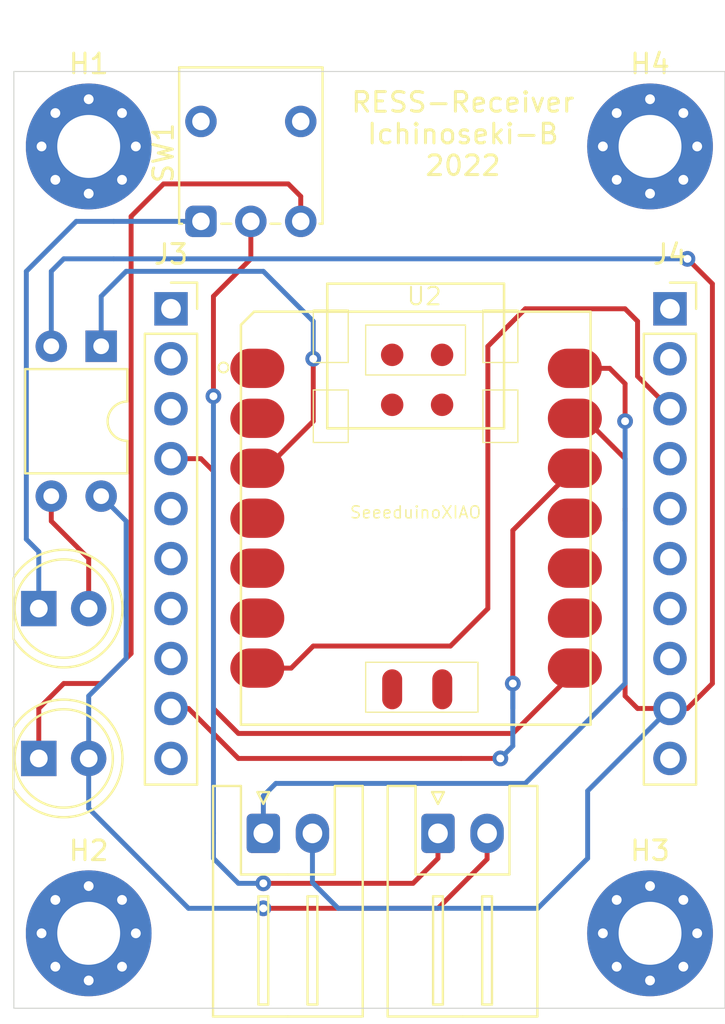
<source format=kicad_pcb>
(kicad_pcb (version 20171130) (host pcbnew "(5.1.9)-1")
  (layers (0 F.Cu signal) (31 B.Cu signal) (34 B.Paste user) (35 F.Paste user) (36 B.SilkS user) (37 F.SilkS user) (38 B.Mask user) (39 F.Mask user) (44 Edge.Cuts user))
  (net 0 "")
  (net 1 "Net-(D1-Pad1)")
  (net 2 "Net-(D1-Pad2)")
  (net 3 "Net-(D2-Pad1)")
  (net 4 GND)
  (net 5 "Net-(D2-Pad2)")
  (net 6 +5V)
  (net 7 "Net-(J6-Pad1)")
  (net 8 RX)
  (net 9 +3V3)
  (net 10 TX)
  (net 11 Out1)
  (module Connector_PinSocket_2.54mm:PinSocket_1x10_P2.54mm_Vertical (layer F.Cu) (at 89.28 116.84)
    (fp_text reference J3 (at 0 -2.77) (layer F.SilkS))
    (fp_text value ADP_L)
    (fp_line (start 0 -1.33) (end 1.33 -1.33) (layer F.SilkS) (width 0.12))
    (fp_line (start 1.33 -1.33) (end 1.33 0) (layer F.SilkS) (width 0.12))
    (fp_line (start 1.33 1.27) (end 1.33 24.19) (layer F.SilkS) (width 0.12))
    (fp_line (start -1.33 24.19) (end 1.33 24.19) (layer F.SilkS) (width 0.12))
    (fp_line (start -1.33 1.27) (end -1.33 24.19) (layer F.SilkS) (width 0.12))
    (fp_line (start -1.33 1.27) (end 1.33 1.27) (layer F.SilkS) (width 0.12))
    (pad 1 thru_hole rect (at 0 0) (size 1.7 1.7) (drill 1) (layers *.Cu *.Mask))
    (pad 2 thru_hole oval (at 0 2.54) (size 1.7 1.7) (drill 1) (layers *.Cu *.Mask))
    (pad 3 thru_hole oval (at 0 5.08) (size 1.7 1.7) (drill 1) (layers *.Cu *.Mask))
    (pad 4 thru_hole oval (at 0 7.62) (size 1.7 1.7) (drill 1) (layers *.Cu *.Mask) (net 8 RX))
    (pad 5 thru_hole oval (at 0 10.16) (size 1.7 1.7) (drill 1) (layers *.Cu *.Mask))
    (pad 6 thru_hole oval (at 0 12.7) (size 1.7 1.7) (drill 1) (layers *.Cu *.Mask))
    (pad 7 thru_hole oval (at 0 15.24) (size 1.7 1.7) (drill 1) (layers *.Cu *.Mask))
    (pad 8 thru_hole oval (at 0 17.78) (size 1.7 1.7) (drill 1) (layers *.Cu *.Mask))
    (pad 9 thru_hole oval (at 0 20.32) (size 1.7 1.7) (drill 1) (layers *.Cu *.Mask) (net 9 +3V3))
    (pad 10 thru_hole oval (at 0 22.86) (size 1.7 1.7) (drill 1) (layers *.Cu *.Mask))
  )
  (module Connector_PinSocket_2.54mm:PinSocket_1x10_P2.54mm_Vertical (layer F.Cu) (at 114.68 116.84)
    (fp_text reference J4 (at 0 -2.77) (layer F.SilkS))
    (fp_text value ADP_R)
    (fp_line (start -1.33 1.27) (end 1.33 1.27) (layer F.SilkS) (width 0.12))
    (fp_line (start -1.33 1.27) (end -1.33 24.19) (layer F.SilkS) (width 0.12))
    (fp_line (start -1.33 24.19) (end 1.33 24.19) (layer F.SilkS) (width 0.12))
    (fp_line (start 1.33 1.27) (end 1.33 24.19) (layer F.SilkS) (width 0.12))
    (fp_line (start 1.33 -1.33) (end 1.33 0) (layer F.SilkS) (width 0.12))
    (fp_line (start 0 -1.33) (end 1.33 -1.33) (layer F.SilkS) (width 0.12))
    (pad 10 thru_hole oval (at 0 22.86) (size 1.7 1.7) (drill 1) (layers *.Cu *.Mask))
    (pad 9 thru_hole oval (at 0 20.32) (size 1.7 1.7) (drill 1) (layers *.Cu *.Mask) (net 4 GND))
    (pad 8 thru_hole oval (at 0 17.78) (size 1.7 1.7) (drill 1) (layers *.Cu *.Mask))
    (pad 7 thru_hole oval (at 0 15.24) (size 1.7 1.7) (drill 1) (layers *.Cu *.Mask))
    (pad 6 thru_hole oval (at 0 12.7) (size 1.7 1.7) (drill 1) (layers *.Cu *.Mask))
    (pad 5 thru_hole oval (at 0 10.16) (size 1.7 1.7) (drill 1) (layers *.Cu *.Mask))
    (pad 4 thru_hole oval (at 0 7.62) (size 1.7 1.7) (drill 1) (layers *.Cu *.Mask))
    (pad 3 thru_hole oval (at 0 5.08) (size 1.7 1.7) (drill 1) (layers *.Cu *.Mask) (net 10 TX))
    (pad 2 thru_hole oval (at 0 2.54) (size 1.7 1.7) (drill 1) (layers *.Cu *.Mask))
    (pad 1 thru_hole rect (at 0 0) (size 1.7 1.7) (drill 1) (layers *.Cu *.Mask))
  )
  (module Connector_JST:JST_XH_S2B-XH-A_1x02_P2.50mm_Horizontal (layer F.Cu) (at 93.98 143.51)
    (fp_text reference J5 hide)
    (fp_text value Power_IN)
    (fp_line (start 0.3 -2.1) (end 0 -1.5) (layer F.SilkS) (width 0.12))
    (fp_line (start -0.3 -2.1) (end 0.3 -2.1) (layer F.SilkS) (width 0.12))
    (fp_line (start 0 -1.5) (end -0.3 -2.1) (layer F.SilkS) (width 0.12))
    (fp_line (start 2.75 3.2) (end 2.25 3.2) (layer F.SilkS) (width 0.12))
    (fp_line (start 2.75 8.7) (end 2.75 3.2) (layer F.SilkS) (width 0.12))
    (fp_line (start 2.25 8.7) (end 2.75 8.7) (layer F.SilkS) (width 0.12))
    (fp_line (start 2.25 3.2) (end 2.25 8.7) (layer F.SilkS) (width 0.12))
    (fp_line (start 0.25 3.2) (end -0.25 3.2) (layer F.SilkS) (width 0.12))
    (fp_line (start 0.25 8.7) (end 0.25 3.2) (layer F.SilkS) (width 0.12))
    (fp_line (start -0.25 8.7) (end 0.25 8.7) (layer F.SilkS) (width 0.12))
    (fp_line (start -0.25 3.2) (end -0.25 8.7) (layer F.SilkS) (width 0.12))
    (fp_line (start 3.64 2.09) (end 1.25 2.09) (layer F.SilkS) (width 0.12))
    (fp_line (start 3.64 -2.41) (end 3.64 2.09) (layer F.SilkS) (width 0.12))
    (fp_line (start 5.06 -2.41) (end 3.64 -2.41) (layer F.SilkS) (width 0.12))
    (fp_line (start 5.06 9.31) (end 5.06 -2.41) (layer F.SilkS) (width 0.12))
    (fp_line (start 1.25 9.31) (end 5.06 9.31) (layer F.SilkS) (width 0.12))
    (fp_line (start -1.14 2.09) (end 1.25 2.09) (layer F.SilkS) (width 0.12))
    (fp_line (start -1.14 -2.41) (end -1.14 2.09) (layer F.SilkS) (width 0.12))
    (fp_line (start -2.56 -2.41) (end -1.14 -2.41) (layer F.SilkS) (width 0.12))
    (fp_line (start -2.56 9.31) (end -2.56 -2.41) (layer F.SilkS) (width 0.12))
    (fp_line (start 1.25 9.31) (end -2.56 9.31) (layer F.SilkS) (width 0.12))
    (pad 1 thru_hole roundrect (at 0 0) (size 1.7 2) (drill 1) (layers *.Cu *.Mask) (roundrect_rratio 0.1470588235294118) (net 6 +5V))
    (pad 2 thru_hole oval (at 2.5 0) (size 1.7 2) (drill 1) (layers *.Cu *.Mask) (net 4 GND))
  )
  (module Connector_JST:JST_XH_S2B-XH-A_1x02_P2.50mm_Horizontal (layer F.Cu) (at 102.87 143.51)
    (fp_text reference J6 hide)
    (fp_text value RESS_OUT1)
    (fp_line (start 0.3 -2.1) (end 0 -1.5) (layer F.SilkS) (width 0.12))
    (fp_line (start -0.3 -2.1) (end 0.3 -2.1) (layer F.SilkS) (width 0.12))
    (fp_line (start 0 -1.5) (end -0.3 -2.1) (layer F.SilkS) (width 0.12))
    (fp_line (start 2.75 3.2) (end 2.25 3.2) (layer F.SilkS) (width 0.12))
    (fp_line (start 2.75 8.7) (end 2.75 3.2) (layer F.SilkS) (width 0.12))
    (fp_line (start 2.25 8.7) (end 2.75 8.7) (layer F.SilkS) (width 0.12))
    (fp_line (start 2.25 3.2) (end 2.25 8.7) (layer F.SilkS) (width 0.12))
    (fp_line (start 0.25 3.2) (end -0.25 3.2) (layer F.SilkS) (width 0.12))
    (fp_line (start 0.25 8.7) (end 0.25 3.2) (layer F.SilkS) (width 0.12))
    (fp_line (start -0.25 8.7) (end 0.25 8.7) (layer F.SilkS) (width 0.12))
    (fp_line (start -0.25 3.2) (end -0.25 8.7) (layer F.SilkS) (width 0.12))
    (fp_line (start 3.64 2.09) (end 1.25 2.09) (layer F.SilkS) (width 0.12))
    (fp_line (start 3.64 -2.41) (end 3.64 2.09) (layer F.SilkS) (width 0.12))
    (fp_line (start 5.06 -2.41) (end 3.64 -2.41) (layer F.SilkS) (width 0.12))
    (fp_line (start 5.06 9.31) (end 5.06 -2.41) (layer F.SilkS) (width 0.12))
    (fp_line (start 1.25 9.31) (end 5.06 9.31) (layer F.SilkS) (width 0.12))
    (fp_line (start -1.14 2.09) (end 1.25 2.09) (layer F.SilkS) (width 0.12))
    (fp_line (start -1.14 -2.41) (end -1.14 2.09) (layer F.SilkS) (width 0.12))
    (fp_line (start -2.56 -2.41) (end -1.14 -2.41) (layer F.SilkS) (width 0.12))
    (fp_line (start -2.56 9.31) (end -2.56 -2.41) (layer F.SilkS) (width 0.12))
    (fp_line (start 1.25 9.31) (end -2.56 9.31) (layer F.SilkS) (width 0.12))
    (pad 1 thru_hole roundrect (at 0 0) (size 1.7 2) (drill 1) (layers *.Cu *.Mask) (roundrect_rratio 0.1470588235294118) (net 7 "Net-(J6-Pad1)"))
    (pad 2 thru_hole oval (at 2.5 0) (size 1.7 2) (drill 1) (layers *.Cu *.Mask) (net 5 "Net-(D2-Pad2)"))
  )
  (module Package_DIP:DIP-4_W7.62mm (layer F.Cu) (at 85.725 118.745 270)
    (fp_text reference U1 hide)
    (fp_text value LTV-817)
    (fp_line (start 6.46 -1.33) (end 4.81 -1.33) (layer F.SilkS) (width 0.12))
    (fp_line (start 6.46 3.87) (end 6.46 -1.33) (layer F.SilkS) (width 0.12))
    (fp_line (start 1.16 3.87) (end 6.46 3.87) (layer F.SilkS) (width 0.12))
    (fp_line (start 1.16 -1.33) (end 1.16 3.87) (layer F.SilkS) (width 0.12))
    (fp_line (start 2.81 -1.33) (end 1.16 -1.33) (layer F.SilkS) (width 0.12))
    (fp_arc (start 3.81 -1.33) (end 2.81 -1.33) (angle -180) (layer F.SilkS) (width 0.12))
    (pad 1 thru_hole rect (at 0 0 270) (size 1.6 1.6) (drill 0.8) (layers *.Cu *.Mask) (net 11 Out1))
    (pad 3 thru_hole oval (at 7.62 2.54 270) (size 1.6 1.6) (drill 0.8) (layers *.Cu *.Mask) (net 2 "Net-(D1-Pad2)"))
    (pad 2 thru_hole oval (at 0 2.54 270) (size 1.6 1.6) (drill 0.8) (layers *.Cu *.Mask) (net 4 GND))
    (pad 4 thru_hole oval (at 7.62 0 270) (size 1.6 1.6) (drill 0.8) (layers *.Cu *.Mask) (net 5 "Net-(D2-Pad2)"))
  )
  (module LED_THT:LED_D5.0mm (layer F.Cu) (at 82.55 132.08)
    (fp_text reference D1 hide)
    (fp_text value LED hide)
    (fp_circle (center 1.27 0) (end 3.77 0) (layer F.SilkS) (width 0.12))
    (fp_line (start -1.29 -1.545) (end -1.29 1.545) (layer F.SilkS) (width 0.12))
    (fp_arc (start 1.27 0) (end -1.29 -1.54483) (angle 148.9) (layer F.SilkS) (width 0.12))
    (fp_arc (start 1.27 0) (end -1.29 1.54483) (angle -148.9) (layer F.SilkS) (width 0.12))
    (pad 1 thru_hole rect (at 0 0) (size 1.8 1.8) (drill 0.9) (layers *.Cu *.Mask) (net 1 "Net-(D1-Pad1)"))
    (pad 2 thru_hole circle (at 2.54 0) (size 1.8 1.8) (drill 0.9) (layers *.Cu *.Mask) (net 2 "Net-(D1-Pad2)"))
  )
  (module LED_THT:LED_D5.0mm (layer F.Cu) (at 82.55 139.7)
    (fp_text reference D2 hide)
    (fp_text value LED)
    (fp_line (start -1.29 -1.545) (end -1.29 1.545) (layer F.SilkS) (width 0.12))
    (fp_circle (center 1.27 0) (end 3.77 0) (layer F.SilkS) (width 0.12))
    (fp_arc (start 1.27 0) (end -1.29 1.54483) (angle -148.9) (layer F.SilkS) (width 0.12))
    (fp_arc (start 1.27 0) (end -1.29 -1.54483) (angle 148.9) (layer F.SilkS) (width 0.12))
    (pad 2 thru_hole circle (at 2.54 0) (size 1.8 1.8) (drill 0.9) (layers *.Cu *.Mask) (net 5 "Net-(D2-Pad2)"))
    (pad 1 thru_hole rect (at 0 0) (size 1.8 1.8) (drill 0.9) (layers *.Cu *.Mask) (net 3 "Net-(D2-Pad1)"))
  )
  (module "Seeeduino XIAO KICAD:Seeeduino XIAO-MOUDLE14P-2.54-21X17.8MM" (layer F.Cu) (at 92.84 137.985)
    (fp_text reference U2 (at 9.3345 -21.7805) (layer F.SilkS) (effects (font (size 0.889 0.889) (thickness 0.1016))))
    (fp_text value SeeeduinoXIAO (at 8.89 -10.795) (layer F.SilkS) (effects (font (size 0.6096 0.6096) (thickness 0.0762))))
    (fp_line (start 6.35 -17.78) (end 11.43 -17.78) (layer F.SilkS) (width 0.06604))
    (fp_line (start 11.43 -17.78) (end 11.43 -20.32) (layer F.SilkS) (width 0.06604))
    (fp_line (start 6.35 -20.32) (end 11.43 -20.32) (layer F.SilkS) (width 0.06604))
    (fp_line (start 6.35 -17.78) (end 6.35 -20.32) (layer F.SilkS) (width 0.06604))
    (fp_line (start 6.35 -0.635) (end 12.065 -0.635) (layer F.SilkS) (width 0.06604))
    (fp_line (start 12.065 -0.635) (end 12.065 -3.175) (layer F.SilkS) (width 0.06604))
    (fp_line (start 6.35 -3.175) (end 12.065 -3.175) (layer F.SilkS) (width 0.06604))
    (fp_line (start 6.35 -0.635) (end 6.35 -3.175) (layer F.SilkS) (width 0.06604))
    (fp_line (start 3.683 -18.415) (end 5.461 -18.415) (layer F.SilkS) (width 0.06604))
    (fp_line (start 5.461 -18.415) (end 5.461 -21.082) (layer F.SilkS) (width 0.06604))
    (fp_line (start 3.683 -21.082) (end 5.461 -21.082) (layer F.SilkS) (width 0.06604))
    (fp_line (start 3.683 -18.415) (end 3.683 -21.082) (layer F.SilkS) (width 0.06604))
    (fp_line (start 3.683 -14.34846) (end 5.461 -14.34846) (layer F.SilkS) (width 0.06604))
    (fp_line (start 5.461 -14.34846) (end 5.461 -17.018) (layer F.SilkS) (width 0.06604))
    (fp_line (start 3.683 -17.018) (end 5.461 -17.018) (layer F.SilkS) (width 0.06604))
    (fp_line (start 3.683 -14.34846) (end 3.683 -17.018) (layer F.SilkS) (width 0.06604))
    (fp_line (start 12.319 -14.34846) (end 14.097 -14.34846) (layer F.SilkS) (width 0.06604))
    (fp_line (start 14.097 -14.34846) (end 14.097 -17.018) (layer F.SilkS) (width 0.06604))
    (fp_line (start 12.319 -17.018) (end 14.097 -17.018) (layer F.SilkS) (width 0.06604))
    (fp_line (start 12.319 -14.34846) (end 12.319 -17.018) (layer F.SilkS) (width 0.06604))
    (fp_line (start 12.319 -18.415) (end 14.097 -18.415) (layer F.SilkS) (width 0.06604))
    (fp_line (start 14.097 -18.415) (end 14.097 -21.082) (layer F.SilkS) (width 0.06604))
    (fp_line (start 12.319 -21.082) (end 14.097 -21.082) (layer F.SilkS) (width 0.06604))
    (fp_line (start 12.319 -18.415) (end 12.319 -21.082) (layer F.SilkS) (width 0.06604))
    (fp_line (start 0 0) (end 17.79778 0) (layer F.SilkS) (width 0.127))
    (fp_line (start 17.79778 0) (end 17.79778 -20.99818) (layer F.SilkS) (width 0.127))
    (fp_line (start 17.79778 -20.99818) (end 0.67056 -20.99818) (layer F.SilkS) (width 0.127))
    (fp_line (start 0.67056 -20.99818) (end 0 -20.32762) (layer F.SilkS) (width 0.127))
    (fp_line (start 0 -20.32762) (end 0 0) (layer F.SilkS) (width 0.127))
    (fp_line (start 4.39928 -22.42312) (end 13.39342 -22.42312) (layer F.SilkS) (width 0.127))
    (fp_line (start 13.39342 -22.42312) (end 13.39342 -15.06982) (layer F.SilkS) (width 0.127))
    (fp_line (start 13.39342 -15.06982) (end 4.3942 -15.06982) (layer F.SilkS) (width 0.127))
    (fp_line (start 4.3942 -15.06982) (end 4.3942 -22.42312) (layer F.SilkS) (width 0.127))
    (fp_circle (center -0.889 -18.161) (end -0.889 -18.415) (layer F.SilkS) (width 0.1))
    (pad 14 smd oval (at 16.99768 -18.11782) (size 2.74828 1.99898) (layers F.Cu F.Paste F.Mask) (net 6 +5V))
    (pad 13 smd oval (at 16.99768 -15.57782) (size 2.74828 1.99898) (layers F.Cu F.Paste F.Mask) (net 4 GND))
    (pad 12 smd oval (at 16.99768 -13.03782) (size 2.74828 1.99898) (layers F.Cu F.Paste F.Mask) (net 9 +3V3))
    (pad 11 smd oval (at 16.99768 -10.49782) (size 2.74828 1.99898) (layers F.Cu F.Paste F.Mask))
    (pad 10 smd oval (at 16.99768 -7.95782) (size 2.74828 1.99898) (layers F.Cu F.Paste F.Mask))
    (pad 9 smd oval (at 16.99768 -5.41782) (size 2.74828 1.99898) (layers F.Cu F.Paste F.Mask))
    (pad 8 smd oval (at 16.99768 -2.87782) (size 2.74828 1.99898) (layers F.Cu F.Paste F.Mask) (net 8 RX))
    (pad 7 smd oval (at 0.83312 -2.87782) (size 2.74828 1.99898) (layers F.Cu F.Paste F.Mask) (net 10 TX))
    (pad 6 smd oval (at 0.83312 -5.41782) (size 2.74828 1.99898) (layers F.Cu F.Paste F.Mask))
    (pad 5 smd oval (at 0.83312 -7.95782) (size 2.74828 1.99898) (layers F.Cu F.Paste F.Mask))
    (pad 4 smd oval (at 0.83312 -10.49782) (size 2.74828 1.99898) (layers F.Cu F.Paste F.Mask))
    (pad 3 smd oval (at 0.83312 -13.03782) (size 2.74828 1.99898) (layers F.Cu F.Paste F.Mask) (net 11 Out1))
    (pad 2 smd oval (at 0.83312 -15.57782) (size 2.74828 1.99898) (layers F.Cu F.Paste F.Mask))
    (pad 1 smd oval (at 0.83312 -18.11782) (size 2.74828 1.99898) (layers F.Cu F.Paste F.Mask))
    (pad 15 smd oval (at 7.7 -1.8 90) (size 2.032 1.016) (layers F.Cu F.Paste F.Mask))
    (pad 16 smd oval (at 10.25 -1.8 90) (size 2.032 1.016) (layers F.Cu F.Paste F.Mask))
    (pad 17 smd circle (at 7.698803 -18.804187 90) (size 1.143 1.143) (layers F.Cu F.Paste F.Mask))
    (pad 18 smd circle (at 10.238803 -18.804187 90) (size 1.143 1.143) (layers F.Cu F.Paste F.Mask))
    (pad 19 smd circle (at 7.698803 -16.264187 90) (size 1.143 1.143) (layers F.Cu F.Paste F.Mask))
    (pad 20 smd circle (at 10.238803 -16.264187 90) (size 1.143 1.143) (layers F.Cu F.Paste F.Mask))
  )
  (module MountingHole:MountingHole_3.2mm_M3_Pad_Via (layer F.Cu) (at 85.09 108.585)
    (fp_text reference H1 (at 0 -4.2) (layer F.SilkS))
    (fp_text value MountingHole)
    (pad 1 thru_hole circle (at 0 0) (size 6.4 6.4) (drill 3.2) (layers *.Cu *.Mask))
    (pad 1 thru_hole circle (at 2.4 0) (size 0.8 0.8) (drill 0.5) (layers *.Cu *.Mask))
    (pad 1 thru_hole circle (at 1.697056 1.697056) (size 0.8 0.8) (drill 0.5) (layers *.Cu *.Mask))
    (pad 1 thru_hole circle (at 0 2.4) (size 0.8 0.8) (drill 0.5) (layers *.Cu *.Mask))
    (pad 1 thru_hole circle (at -1.697056 1.697056) (size 0.8 0.8) (drill 0.5) (layers *.Cu *.Mask))
    (pad 1 thru_hole circle (at -2.4 0) (size 0.8 0.8) (drill 0.5) (layers *.Cu *.Mask))
    (pad 1 thru_hole circle (at -1.697056 -1.697056) (size 0.8 0.8) (drill 0.5) (layers *.Cu *.Mask))
    (pad 1 thru_hole circle (at 0 -2.4) (size 0.8 0.8) (drill 0.5) (layers *.Cu *.Mask))
    (pad 1 thru_hole circle (at 1.697056 -1.697056) (size 0.8 0.8) (drill 0.5) (layers *.Cu *.Mask))
  )
  (module MountingHole:MountingHole_3.2mm_M3_Pad_Via (layer F.Cu) (at 85.09 148.59)
    (fp_text reference H2 (at 0 -4.2) (layer F.SilkS))
    (fp_text value MountingHole)
    (pad 1 thru_hole circle (at 1.697056 -1.697056) (size 0.8 0.8) (drill 0.5) (layers *.Cu *.Mask))
    (pad 1 thru_hole circle (at 0 -2.4) (size 0.8 0.8) (drill 0.5) (layers *.Cu *.Mask))
    (pad 1 thru_hole circle (at -1.697056 -1.697056) (size 0.8 0.8) (drill 0.5) (layers *.Cu *.Mask))
    (pad 1 thru_hole circle (at -2.4 0) (size 0.8 0.8) (drill 0.5) (layers *.Cu *.Mask))
    (pad 1 thru_hole circle (at -1.697056 1.697056) (size 0.8 0.8) (drill 0.5) (layers *.Cu *.Mask))
    (pad 1 thru_hole circle (at 0 2.4) (size 0.8 0.8) (drill 0.5) (layers *.Cu *.Mask))
    (pad 1 thru_hole circle (at 1.697056 1.697056) (size 0.8 0.8) (drill 0.5) (layers *.Cu *.Mask))
    (pad 1 thru_hole circle (at 2.4 0) (size 0.8 0.8) (drill 0.5) (layers *.Cu *.Mask))
    (pad 1 thru_hole circle (at 0 0) (size 6.4 6.4) (drill 3.2) (layers *.Cu *.Mask))
  )
  (module MountingHole:MountingHole_3.2mm_M3_Pad_Via (layer F.Cu) (at 113.665 148.59)
    (fp_text reference H3 (at 0 -4.2) (layer F.SilkS))
    (fp_text value MountingHole)
    (pad 1 thru_hole circle (at 0 0) (size 6.4 6.4) (drill 3.2) (layers *.Cu *.Mask))
    (pad 1 thru_hole circle (at 2.4 0) (size 0.8 0.8) (drill 0.5) (layers *.Cu *.Mask))
    (pad 1 thru_hole circle (at 1.697056 1.697056) (size 0.8 0.8) (drill 0.5) (layers *.Cu *.Mask))
    (pad 1 thru_hole circle (at 0 2.4) (size 0.8 0.8) (drill 0.5) (layers *.Cu *.Mask))
    (pad 1 thru_hole circle (at -1.697056 1.697056) (size 0.8 0.8) (drill 0.5) (layers *.Cu *.Mask))
    (pad 1 thru_hole circle (at -2.4 0) (size 0.8 0.8) (drill 0.5) (layers *.Cu *.Mask))
    (pad 1 thru_hole circle (at -1.697056 -1.697056) (size 0.8 0.8) (drill 0.5) (layers *.Cu *.Mask))
    (pad 1 thru_hole circle (at 0 -2.4) (size 0.8 0.8) (drill 0.5) (layers *.Cu *.Mask))
    (pad 1 thru_hole circle (at 1.697056 -1.697056) (size 0.8 0.8) (drill 0.5) (layers *.Cu *.Mask))
  )
  (module MountingHole:MountingHole_3.2mm_M3_Pad_Via (layer F.Cu) (at 113.665 108.585)
    (fp_text reference H4 (at 0 -4.2) (layer F.SilkS))
    (fp_text value MountingHole)
    (pad 1 thru_hole circle (at 1.697056 -1.697056) (size 0.8 0.8) (drill 0.5) (layers *.Cu *.Mask))
    (pad 1 thru_hole circle (at 0 -2.4) (size 0.8 0.8) (drill 0.5) (layers *.Cu *.Mask))
    (pad 1 thru_hole circle (at -1.697056 -1.697056) (size 0.8 0.8) (drill 0.5) (layers *.Cu *.Mask))
    (pad 1 thru_hole circle (at -2.4 0) (size 0.8 0.8) (drill 0.5) (layers *.Cu *.Mask))
    (pad 1 thru_hole circle (at -1.697056 1.697056) (size 0.8 0.8) (drill 0.5) (layers *.Cu *.Mask))
    (pad 1 thru_hole circle (at 0 2.4) (size 0.8 0.8) (drill 0.5) (layers *.Cu *.Mask))
    (pad 1 thru_hole circle (at 1.697056 1.697056) (size 0.8 0.8) (drill 0.5) (layers *.Cu *.Mask))
    (pad 1 thru_hole circle (at 2.4 0) (size 0.8 0.8) (drill 0.5) (layers *.Cu *.Mask))
    (pad 1 thru_hole circle (at 0 0) (size 6.4 6.4) (drill 3.2) (layers *.Cu *.Mask))
  )
  (module Button_Switch_THT:SW_Push_1P2T_Vertical_E-Switch_800UDP8P1A1M6 (layer F.Cu) (at 90.805 112.395 90)
    (fp_text reference SW1 (at 3.48 -1.91 270) (layer F.SilkS))
    (fp_text value SW_SPDT)
    (fp_line (start -0.12 6.19) (end -0.12 6.04) (layer F.SilkS) (width 0.12))
    (fp_line (start -0.12 4.04) (end -0.12 3.54) (layer F.SilkS) (width 0.12))
    (fp_line (start -0.12 1.54) (end -0.12 1.04) (layer F.SilkS) (width 0.12))
    (fp_line (start -0.12 -1.11) (end -0.12 -0.96) (layer F.SilkS) (width 0.12))
    (fp_line (start 7.83 -1.11) (end -0.12 -1.11) (layer F.SilkS) (width 0.12))
    (fp_line (start 7.83 6.19) (end 7.83 -1.11) (layer F.SilkS) (width 0.12))
    (fp_line (start -0.12 6.19) (end 7.83 6.19) (layer F.SilkS) (width 0.12))
    (pad "" thru_hole circle (at 5.08 5.08 270) (size 1.6 1.6) (drill 0.89) (layers *.Cu *.Mask))
    (pad "" thru_hole circle (at 5.08 0 270) (size 1.6 1.6) (drill 0.89) (layers *.Cu *.Mask))
    (pad 1 thru_hole roundrect (at 0 0 270) (size 1.6 1.6) (drill 0.89) (layers *.Cu *.Mask) (net 1 "Net-(D1-Pad1)"))
    (pad 2 thru_hole circle (at 0 2.54 270) (size 1.6 1.6) (drill 0.89) (layers *.Cu *.Mask) (net 7 "Net-(J6-Pad1)"))
    (pad 3 thru_hole circle (at 0 5.08 270) (size 1.6 1.6) (drill 0.89) (layers *.Cu *.Mask) (net 3 "Net-(D2-Pad1)"))
  )
  (gr_line (start 117.475 104.775) (end 81.28 104.775) (layer Edge.Cuts) (width 0.05))
  (gr_line (start 117.475 152.4) (end 117.475 104.775) (layer Edge.Cuts) (width 0.05))
  (gr_line (start 81.28 152.4) (end 117.475 152.4) (layer Edge.Cuts) (width 0.05))
  (gr_line (start 81.28 104.775) (end 81.28 152.4) (layer Edge.Cuts) (width 0.05))
  (gr_text "RESS-Receiver\nIchinoseki-B\n2022" (at 104.14 107.95) (layer F.SilkS) (effects (font (size 1 1))))
  (segment (start 86.36 112.395) (end 90.805 112.395) (width 0.25) (layer B.Cu) (net 1))
  (segment (start 84.455 112.395) (end 86.36 112.395) (width 0.25) (layer B.Cu) (net 1))
  (segment (start 81.915 128.55499) (end 81.915 114.935) (width 0.25) (layer B.Cu) (net 1))
  (segment (start 82.55 129.18999) (end 81.915 128.55499) (width 0.25) (layer B.Cu) (net 1))
  (segment (start 82.55 132.08) (end 82.55 129.18999) (width 0.25) (layer B.Cu) (net 1))
  (segment (start 81.915 114.935) (end 82.55 114.3) (width 0.25) (layer B.Cu) (net 1))
  (segment (start 82.55 114.3) (end 84.455 112.395) (width 0.25) (layer B.Cu) (net 1))
  (segment (start 83.185 126.365) (end 83.185 127.635) (width 0.25) (layer F.Cu) (net 2))
  (segment (start 85.09 129.54) (end 85.09 132.08) (width 0.25) (layer F.Cu) (net 2))
  (segment (start 83.185 127.635) (end 85.09 129.54) (width 0.25) (layer F.Cu) (net 2))
  (segment (start 95.25 110.49) (end 95.885 111.125) (width 0.25) (layer F.Cu) (net 3))
  (segment (start 95.885 111.125) (end 95.885 112.395) (width 0.25) (layer F.Cu) (net 3))
  (segment (start 88.9 110.49) (end 95.25 110.49) (width 0.25) (layer F.Cu) (net 3))
  (segment (start 87.249 112.141) (end 88.9 110.49) (width 0.25) (layer F.Cu) (net 3))
  (segment (start 82.55 137.16) (end 82.55 139.7) (width 0.25) (layer F.Cu) (net 3))
  (segment (start 83.82 135.89) (end 82.55 137.16) (width 0.25) (layer F.Cu) (net 3))
  (segment (start 85.725 135.89) (end 83.82 135.89) (width 0.25) (layer F.Cu) (net 3))
  (segment (start 87.249 134.366) (end 85.725 135.89) (width 0.25) (layer F.Cu) (net 3))
  (segment (start 87.249 112.141) (end 87.249 134.366) (width 0.25) (layer F.Cu) (net 3))
  (segment (start 114.68 137.16) (end 110.49 141.35) (width 0.25) (layer B.Cu) (net 4))
  (segment (start 110.49 141.35) (end 110.49 144.78) (width 0.25) (layer B.Cu) (net 4))
  (segment (start 110.49 144.78) (end 107.95 147.32) (width 0.25) (layer B.Cu) (net 4))
  (segment (start 107.95 147.32) (end 97.79 147.32) (width 0.25) (layer B.Cu) (net 4))
  (segment (start 96.48 146.01) (end 96.48 143.51) (width 0.25) (layer B.Cu) (net 4))
  (segment (start 97.79 147.32) (end 96.48 146.01) (width 0.25) (layer B.Cu) (net 4))
  (segment (start 109.83768 122.40718) (end 110.34218 122.40718) (width 0.25) (layer F.Cu) (net 4))
  (segment (start 110.34218 122.40718) (end 111.76 123.825) (width 0.25) (layer F.Cu) (net 4))
  (segment (start 111.76 123.825) (end 112.395 124.46) (width 0.25) (layer F.Cu) (net 4))
  (segment (start 116.84 115.57) (end 115.57 114.3) (width 0.25) (layer F.Cu) (net 4))
  (segment (start 115.57 137.16) (end 116.84 135.89) (width 0.25) (layer F.Cu) (net 4))
  (segment (start 116.84 135.89) (end 116.84 115.57) (width 0.25) (layer F.Cu) (net 4))
  (segment (start 114.68 137.16) (end 115.57 137.16) (width 0.25) (layer F.Cu) (net 4))
  (via (at 115.57 114.3) (size 0.8) (drill 0.4) (layers F.Cu B.Cu) (net 4))
  (segment (start 86.36 114.3) (end 115.57 114.3) (width 0.25) (layer B.Cu) (net 4))
  (segment (start 83.82 114.3) (end 86.36 114.3) (width 0.25) (layer B.Cu) (net 4))
  (segment (start 83.185 114.935) (end 83.82 114.3) (width 0.25) (layer B.Cu) (net 4))
  (segment (start 83.185 118.745) (end 83.185 114.935) (width 0.25) (layer B.Cu) (net 4))
  (segment (start 114.68 137.16) (end 113.03 137.16) (width 0.25) (layer F.Cu) (net 4))
  (segment (start 112.395 136.525) (end 112.395 127) (width 0.25) (layer F.Cu) (net 4))
  (segment (start 113.03 137.16) (end 112.395 136.525) (width 0.25) (layer F.Cu) (net 4))
  (segment (start 112.395 127) (end 112.395 127.635) (width 0.25) (layer F.Cu) (net 4))
  (segment (start 112.395 124.46) (end 112.395 127) (width 0.25) (layer F.Cu) (net 4))
  (segment (start 105.37 143.51) (end 105.37 144.82) (width 0.25) (layer F.Cu) (net 5))
  (segment (start 105.37 144.82) (end 102.87 147.32) (width 0.25) (layer F.Cu) (net 5))
  (segment (start 102.87 147.32) (end 93.98 147.32) (width 0.25) (layer F.Cu) (net 5))
  (via (at 93.98 147.32) (size 0.8) (drill 0.4) (layers F.Cu B.Cu) (net 5))
  (segment (start 93.98 147.32) (end 90.17 147.32) (width 0.25) (layer B.Cu) (net 5))
  (segment (start 90.17 147.32) (end 85.09 142.24) (width 0.25) (layer B.Cu) (net 5))
  (segment (start 85.09 142.24) (end 85.09 139.7) (width 0.25) (layer B.Cu) (net 5))
  (segment (start 85.09 139.7) (end 85.09 136.525) (width 0.25) (layer B.Cu) (net 5))
  (segment (start 85.09 136.525) (end 86.995 134.62) (width 0.25) (layer B.Cu) (net 5))
  (segment (start 86.995 127.635) (end 85.725 126.365) (width 0.25) (layer B.Cu) (net 5))
  (segment (start 86.995 134.62) (end 86.995 127.635) (width 0.25) (layer B.Cu) (net 5))
  (segment (start 109.83768 119.86718) (end 111.61218 119.86718) (width 0.25) (layer F.Cu) (net 6))
  (segment (start 111.61218 119.86718) (end 112.395 120.65) (width 0.25) (layer F.Cu) (net 6))
  (segment (start 112.395 120.65) (end 112.395 122.555) (width 0.25) (layer F.Cu) (net 6))
  (via (at 112.395 122.555) (size 0.8) (drill 0.4) (layers F.Cu B.Cu) (net 6))
  (segment (start 112.395 135.89) (end 112.395 122.555) (width 0.25) (layer B.Cu) (net 6))
  (segment (start 107.315 140.97) (end 112.395 135.89) (width 0.25) (layer B.Cu) (net 6))
  (segment (start 94.615 140.97) (end 107.315 140.97) (width 0.25) (layer B.Cu) (net 6))
  (segment (start 93.98 141.605) (end 94.615 140.97) (width 0.25) (layer B.Cu) (net 6))
  (segment (start 93.98 143.51) (end 93.98 141.605) (width 0.25) (layer B.Cu) (net 6))
  (via (at 93.98 146.05) (size 0.8) (drill 0.4) (layers F.Cu B.Cu) (net 7))
  (segment (start 93.98 146.05) (end 101.6 146.05) (width 0.25) (layer F.Cu) (net 7))
  (segment (start 101.6 146.05) (end 102.87 144.78) (width 0.25) (layer F.Cu) (net 7))
  (segment (start 102.87 144.78) (end 102.87 143.51) (width 0.25) (layer F.Cu) (net 7))
  (via (at 91.44 121.285) (size 0.8) (drill 0.4) (layers F.Cu B.Cu) (net 7))
  (segment (start 91.44 116.205) (end 93.345 114.3) (width 0.25) (layer F.Cu) (net 7))
  (segment (start 93.345 114.3) (end 93.345 112.395) (width 0.25) (layer F.Cu) (net 7))
  (segment (start 91.44 121.285) (end 91.44 116.205) (width 0.25) (layer F.Cu) (net 7))
  (segment (start 92.71 146.05) (end 91.44 144.78) (width 0.25) (layer B.Cu) (net 7))
  (segment (start 92.71 146.05) (end 93.98 146.05) (width 0.25) (layer B.Cu) (net 7))
  (segment (start 91.44 144.78) (end 91.44 143.51) (width 0.25) (layer B.Cu) (net 7))
  (segment (start 91.44 121.285) (end 91.44 143.51) (width 0.25) (layer B.Cu) (net 7))
  (segment (start 106.68 138.43) (end 92.71 138.43) (width 0.25) (layer F.Cu) (net 8))
  (segment (start 92.71 138.43) (end 91.44 137.16) (width 0.25) (layer F.Cu) (net 8))
  (segment (start 109.83768 135.27232) (end 106.68 138.43) (width 0.25) (layer F.Cu) (net 8))
  (segment (start 109.83768 135.10718) (end 109.83768 135.27232) (width 0.25) (layer F.Cu) (net 8))
  (segment (start 91.44 137.16) (end 91.44 125.095) (width 0.25) (layer F.Cu) (net 8))
  (segment (start 90.805 124.46) (end 89.28 124.46) (width 0.25) (layer F.Cu) (net 8))
  (segment (start 91.44 125.095) (end 90.805 124.46) (width 0.25) (layer F.Cu) (net 8))
  (segment (start 109.83768 124.94718) (end 106.68 128.10486) (width 0.25) (layer F.Cu) (net 9))
  (segment (start 106.68 128.10486) (end 106.68 135.89) (width 0.25) (layer F.Cu) (net 9))
  (via (at 106.68 135.89) (size 0.8) (drill 0.4) (layers F.Cu B.Cu) (net 9))
  (segment (start 106.68 135.89) (end 106.68 137.16) (width 0.25) (layer B.Cu) (net 9))
  (segment (start 89.28 137.16) (end 90.17 137.16) (width 0.25) (layer F.Cu) (net 9))
  (segment (start 90.17 137.16) (end 92.71 139.7) (width 0.25) (layer F.Cu) (net 9))
  (segment (start 92.71 139.7) (end 104.049999 139.7) (width 0.25) (layer F.Cu) (net 9))
  (segment (start 104.049999 139.7) (end 106.045 139.7) (width 0.25) (layer F.Cu) (net 9))
  (segment (start 106.045 139.7) (end 106.045 139.7) (width 0.25) (layer F.Cu) (net 9))
  (via (at 106.045 139.7) (size 0.8) (drill 0.4) (layers F.Cu B.Cu) (net 9))
  (segment (start 106.045 139.7) (end 106.68 139.065) (width 0.25) (layer B.Cu) (net 9))
  (segment (start 106.68 139.065) (end 106.68 135.89) (width 0.25) (layer B.Cu) (net 9))
  (segment (start 103.505 133.985) (end 96.52 133.985) (width 0.25) (layer F.Cu) (net 10))
  (segment (start 105.41 132.08) (end 103.505 133.985) (width 0.25) (layer F.Cu) (net 10))
  (segment (start 107.315 116.84) (end 105.41 118.745) (width 0.25) (layer F.Cu) (net 10))
  (segment (start 95.39782 135.10718) (end 93.67312 135.10718) (width 0.25) (layer F.Cu) (net 10))
  (segment (start 112.395 116.84) (end 107.315 116.84) (width 0.25) (layer F.Cu) (net 10))
  (segment (start 105.41 118.745) (end 105.41 132.08) (width 0.25) (layer F.Cu) (net 10))
  (segment (start 113.03 117.475) (end 112.395 116.84) (width 0.25) (layer F.Cu) (net 10))
  (segment (start 113.03 120.27) (end 113.03 117.475) (width 0.25) (layer F.Cu) (net 10))
  (segment (start 96.52 133.985) (end 95.39782 135.10718) (width 0.25) (layer F.Cu) (net 10))
  (segment (start 114.68 121.92) (end 113.03 120.27) (width 0.25) (layer F.Cu) (net 10))
  (segment (start 93.67312 124.94718) (end 94.12782 124.94718) (width 0.25) (layer F.Cu) (net 11))
  (segment (start 94.12782 124.94718) (end 96.52 122.555) (width 0.25) (layer F.Cu) (net 11))
  (segment (start 96.52 122.555) (end 96.52 119.38) (width 0.25) (layer F.Cu) (net 11))
  (via (at 96.52 119.38) (size 0.8) (drill 0.4) (layers F.Cu B.Cu) (net 11))
  (segment (start 96.52 117.475) (end 96.52 119.38) (width 0.25) (layer B.Cu) (net 11))
  (segment (start 93.98 114.935) (end 96.52 117.475) (width 0.25) (layer B.Cu) (net 11))
  (segment (start 86.995 114.935) (end 93.98 114.935) (width 0.25) (layer B.Cu) (net 11))
  (segment (start 85.725 116.205) (end 86.995 114.935) (width 0.25) (layer B.Cu) (net 11))
  (segment (start 85.725 118.745) (end 85.725 116.205) (width 0.25) (layer B.Cu) (net 11))
)
</source>
